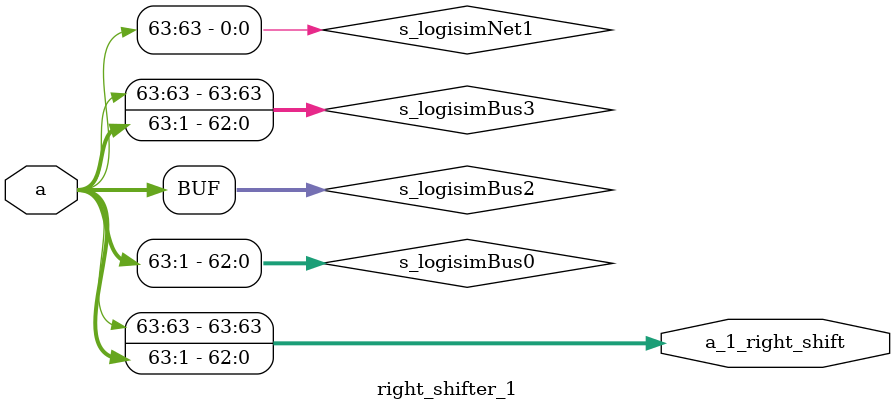
<source format=v>
/******************************************************************************
 ** Logisim-evolution goes FPGA automatic generated Verilog code             **
 ** https://github.com/logisim-evolution/                                    **
 **                                                                          **
 ** Component : right_shifter_1                                              **
 **                                                                          **
 *****************************************************************************/

module right_shifter_1( a,
                        a_1_right_shift );

   /*******************************************************************************
   ** The inputs are defined here                                                **
   *******************************************************************************/
   input [63:0] a;

   /*******************************************************************************
   ** The outputs are defined here                                               **
   *******************************************************************************/
   output [63:0] a_1_right_shift;

   /*******************************************************************************
   ** The wires are defined here                                                 **
   *******************************************************************************/
   wire [62:0] s_logisimBus0;
   wire [63:0] s_logisimBus2;
   wire [63:0] s_logisimBus3;
   wire        s_logisimNet1;

   /*******************************************************************************
   ** The module functionality is described here                                 **
   *******************************************************************************/

   /*******************************************************************************
   ** Here all wiring is defined                                                 **
   *******************************************************************************/
   assign s_logisimBus0[0]  = s_logisimBus2[1];
   assign s_logisimBus0[10] = s_logisimBus2[11];
   assign s_logisimBus0[11] = s_logisimBus2[12];
   assign s_logisimBus0[12] = s_logisimBus2[13];
   assign s_logisimBus0[13] = s_logisimBus2[14];
   assign s_logisimBus0[14] = s_logisimBus2[15];
   assign s_logisimBus0[15] = s_logisimBus2[16];
   assign s_logisimBus0[16] = s_logisimBus2[17];
   assign s_logisimBus0[17] = s_logisimBus2[18];
   assign s_logisimBus0[18] = s_logisimBus2[19];
   assign s_logisimBus0[19] = s_logisimBus2[20];
   assign s_logisimBus0[1]  = s_logisimBus2[2];
   assign s_logisimBus0[20] = s_logisimBus2[21];
   assign s_logisimBus0[21] = s_logisimBus2[22];
   assign s_logisimBus0[22] = s_logisimBus2[23];
   assign s_logisimBus0[23] = s_logisimBus2[24];
   assign s_logisimBus0[24] = s_logisimBus2[25];
   assign s_logisimBus0[25] = s_logisimBus2[26];
   assign s_logisimBus0[26] = s_logisimBus2[27];
   assign s_logisimBus0[27] = s_logisimBus2[28];
   assign s_logisimBus0[28] = s_logisimBus2[29];
   assign s_logisimBus0[29] = s_logisimBus2[30];
   assign s_logisimBus0[2]  = s_logisimBus2[3];
   assign s_logisimBus0[30] = s_logisimBus2[31];
   assign s_logisimBus0[31] = s_logisimBus2[32];
   assign s_logisimBus0[32] = s_logisimBus2[33];
   assign s_logisimBus0[33] = s_logisimBus2[34];
   assign s_logisimBus0[34] = s_logisimBus2[35];
   assign s_logisimBus0[35] = s_logisimBus2[36];
   assign s_logisimBus0[36] = s_logisimBus2[37];
   assign s_logisimBus0[37] = s_logisimBus2[38];
   assign s_logisimBus0[38] = s_logisimBus2[39];
   assign s_logisimBus0[39] = s_logisimBus2[40];
   assign s_logisimBus0[3]  = s_logisimBus2[4];
   assign s_logisimBus0[40] = s_logisimBus2[41];
   assign s_logisimBus0[41] = s_logisimBus2[42];
   assign s_logisimBus0[42] = s_logisimBus2[43];
   assign s_logisimBus0[43] = s_logisimBus2[44];
   assign s_logisimBus0[44] = s_logisimBus2[45];
   assign s_logisimBus0[45] = s_logisimBus2[46];
   assign s_logisimBus0[46] = s_logisimBus2[47];
   assign s_logisimBus0[47] = s_logisimBus2[48];
   assign s_logisimBus0[48] = s_logisimBus2[49];
   assign s_logisimBus0[49] = s_logisimBus2[50];
   assign s_logisimBus0[4]  = s_logisimBus2[5];
   assign s_logisimBus0[50] = s_logisimBus2[51];
   assign s_logisimBus0[51] = s_logisimBus2[52];
   assign s_logisimBus0[52] = s_logisimBus2[53];
   assign s_logisimBus0[53] = s_logisimBus2[54];
   assign s_logisimBus0[54] = s_logisimBus2[55];
   assign s_logisimBus0[55] = s_logisimBus2[56];
   assign s_logisimBus0[56] = s_logisimBus2[57];
   assign s_logisimBus0[57] = s_logisimBus2[58];
   assign s_logisimBus0[58] = s_logisimBus2[59];
   assign s_logisimBus0[59] = s_logisimBus2[60];
   assign s_logisimBus0[5]  = s_logisimBus2[6];
   assign s_logisimBus0[60] = s_logisimBus2[61];
   assign s_logisimBus0[61] = s_logisimBus2[62];
   assign s_logisimBus0[62] = s_logisimBus2[63];
   assign s_logisimBus0[6]  = s_logisimBus2[7];
   assign s_logisimBus0[7]  = s_logisimBus2[8];
   assign s_logisimBus0[8]  = s_logisimBus2[9];
   assign s_logisimBus0[9]  = s_logisimBus2[10];
   assign s_logisimBus3[0]  = s_logisimBus0[0];
   assign s_logisimBus3[10] = s_logisimBus0[10];
   assign s_logisimBus3[11] = s_logisimBus0[11];
   assign s_logisimBus3[12] = s_logisimBus0[12];
   assign s_logisimBus3[13] = s_logisimBus0[13];
   assign s_logisimBus3[14] = s_logisimBus0[14];
   assign s_logisimBus3[15] = s_logisimBus0[15];
   assign s_logisimBus3[16] = s_logisimBus0[16];
   assign s_logisimBus3[17] = s_logisimBus0[17];
   assign s_logisimBus3[18] = s_logisimBus0[18];
   assign s_logisimBus3[19] = s_logisimBus0[19];
   assign s_logisimBus3[1]  = s_logisimBus0[1];
   assign s_logisimBus3[20] = s_logisimBus0[20];
   assign s_logisimBus3[21] = s_logisimBus0[21];
   assign s_logisimBus3[22] = s_logisimBus0[22];
   assign s_logisimBus3[23] = s_logisimBus0[23];
   assign s_logisimBus3[24] = s_logisimBus0[24];
   assign s_logisimBus3[25] = s_logisimBus0[25];
   assign s_logisimBus3[26] = s_logisimBus0[26];
   assign s_logisimBus3[27] = s_logisimBus0[27];
   assign s_logisimBus3[28] = s_logisimBus0[28];
   assign s_logisimBus3[29] = s_logisimBus0[29];
   assign s_logisimBus3[2]  = s_logisimBus0[2];
   assign s_logisimBus3[30] = s_logisimBus0[30];
   assign s_logisimBus3[31] = s_logisimBus0[31];
   assign s_logisimBus3[32] = s_logisimBus0[32];
   assign s_logisimBus3[33] = s_logisimBus0[33];
   assign s_logisimBus3[34] = s_logisimBus0[34];
   assign s_logisimBus3[35] = s_logisimBus0[35];
   assign s_logisimBus3[36] = s_logisimBus0[36];
   assign s_logisimBus3[37] = s_logisimBus0[37];
   assign s_logisimBus3[38] = s_logisimBus0[38];
   assign s_logisimBus3[39] = s_logisimBus0[39];
   assign s_logisimBus3[3]  = s_logisimBus0[3];
   assign s_logisimBus3[40] = s_logisimBus0[40];
   assign s_logisimBus3[41] = s_logisimBus0[41];
   assign s_logisimBus3[42] = s_logisimBus0[42];
   assign s_logisimBus3[43] = s_logisimBus0[43];
   assign s_logisimBus3[44] = s_logisimBus0[44];
   assign s_logisimBus3[45] = s_logisimBus0[45];
   assign s_logisimBus3[46] = s_logisimBus0[46];
   assign s_logisimBus3[47] = s_logisimBus0[47];
   assign s_logisimBus3[48] = s_logisimBus0[48];
   assign s_logisimBus3[49] = s_logisimBus0[49];
   assign s_logisimBus3[4]  = s_logisimBus0[4];
   assign s_logisimBus3[50] = s_logisimBus0[50];
   assign s_logisimBus3[51] = s_logisimBus0[51];
   assign s_logisimBus3[52] = s_logisimBus0[52];
   assign s_logisimBus3[53] = s_logisimBus0[53];
   assign s_logisimBus3[54] = s_logisimBus0[54];
   assign s_logisimBus3[55] = s_logisimBus0[55];
   assign s_logisimBus3[56] = s_logisimBus0[56];
   assign s_logisimBus3[57] = s_logisimBus0[57];
   assign s_logisimBus3[58] = s_logisimBus0[58];
   assign s_logisimBus3[59] = s_logisimBus0[59];
   assign s_logisimBus3[5]  = s_logisimBus0[5];
   assign s_logisimBus3[60] = s_logisimBus0[60];
   assign s_logisimBus3[61] = s_logisimBus0[61];
   assign s_logisimBus3[62] = s_logisimBus0[62];
   assign s_logisimBus3[63] = s_logisimNet1;
   assign s_logisimBus3[6]  = s_logisimBus0[6];
   assign s_logisimBus3[7]  = s_logisimBus0[7];
   assign s_logisimBus3[8]  = s_logisimBus0[8];
   assign s_logisimBus3[9]  = s_logisimBus0[9];
   assign s_logisimNet1     = s_logisimBus2[63];

   /*******************************************************************************
   ** Here all input connections are defined                                     **
   *******************************************************************************/
   assign s_logisimBus2[63:0] = a;

   /*******************************************************************************
   ** Here all output connections are defined                                    **
   *******************************************************************************/
   assign a_1_right_shift = s_logisimBus3[63:0];

endmodule

</source>
